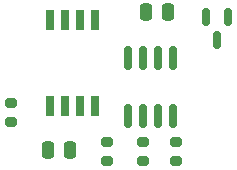
<source format=gbr>
%TF.GenerationSoftware,KiCad,Pcbnew,(6.0.0)*%
%TF.CreationDate,2022-01-08T11:25:39+00:00*%
%TF.ProjectId,DHT22,44485432-322e-46b6-9963-61645f706362,rev?*%
%TF.SameCoordinates,Original*%
%TF.FileFunction,Paste,Top*%
%TF.FilePolarity,Positive*%
%FSLAX46Y46*%
G04 Gerber Fmt 4.6, Leading zero omitted, Abs format (unit mm)*
G04 Created by KiCad (PCBNEW (6.0.0)) date 2022-01-08 11:25:39*
%MOMM*%
%LPD*%
G01*
G04 APERTURE LIST*
G04 Aperture macros list*
%AMRoundRect*
0 Rectangle with rounded corners*
0 $1 Rounding radius*
0 $2 $3 $4 $5 $6 $7 $8 $9 X,Y pos of 4 corners*
0 Add a 4 corners polygon primitive as box body*
4,1,4,$2,$3,$4,$5,$6,$7,$8,$9,$2,$3,0*
0 Add four circle primitives for the rounded corners*
1,1,$1+$1,$2,$3*
1,1,$1+$1,$4,$5*
1,1,$1+$1,$6,$7*
1,1,$1+$1,$8,$9*
0 Add four rect primitives between the rounded corners*
20,1,$1+$1,$2,$3,$4,$5,0*
20,1,$1+$1,$4,$5,$6,$7,0*
20,1,$1+$1,$6,$7,$8,$9,0*
20,1,$1+$1,$8,$9,$2,$3,0*%
G04 Aperture macros list end*
%ADD10RoundRect,0.150000X-0.150000X0.587500X-0.150000X-0.587500X0.150000X-0.587500X0.150000X0.587500X0*%
%ADD11RoundRect,0.250000X0.250000X0.475000X-0.250000X0.475000X-0.250000X-0.475000X0.250000X-0.475000X0*%
%ADD12R,0.650000X1.700000*%
%ADD13RoundRect,0.200000X0.275000X-0.200000X0.275000X0.200000X-0.275000X0.200000X-0.275000X-0.200000X0*%
%ADD14RoundRect,0.250000X-0.250000X-0.475000X0.250000X-0.475000X0.250000X0.475000X-0.250000X0.475000X0*%
%ADD15RoundRect,0.150000X0.150000X-0.825000X0.150000X0.825000X-0.150000X0.825000X-0.150000X-0.825000X0*%
G04 APERTURE END LIST*
D10*
%TO.C,D1*%
X124775000Y-87073500D03*
X122875000Y-87073500D03*
X123825000Y-88948500D03*
%TD*%
D11*
%TO.C,C2*%
X111440000Y-98298000D03*
X109540000Y-98298000D03*
%TD*%
D12*
%TO.C,U1*%
X113538000Y-87282000D03*
X112268000Y-87282000D03*
X110998000Y-87282000D03*
X109728000Y-87282000D03*
X109728000Y-94582000D03*
X110998000Y-94582000D03*
X112268000Y-94582000D03*
X113538000Y-94582000D03*
%TD*%
D13*
%TO.C,R1*%
X120396000Y-99250000D03*
X120396000Y-97600000D03*
%TD*%
D14*
%TO.C,C1*%
X117795000Y-86614000D03*
X119695000Y-86614000D03*
%TD*%
D15*
%TO.C,U2*%
X116332000Y-95439000D03*
X117602000Y-95439000D03*
X118872000Y-95439000D03*
X120142000Y-95439000D03*
X120142000Y-90489000D03*
X118872000Y-90489000D03*
X117602000Y-90489000D03*
X116332000Y-90489000D03*
%TD*%
D13*
%TO.C,R2*%
X114554000Y-99250000D03*
X114554000Y-97600000D03*
%TD*%
%TO.C,R3*%
X117602000Y-99250000D03*
X117602000Y-97600000D03*
%TD*%
%TO.C,R4*%
X106426000Y-95948000D03*
X106426000Y-94298000D03*
%TD*%
M02*

</source>
